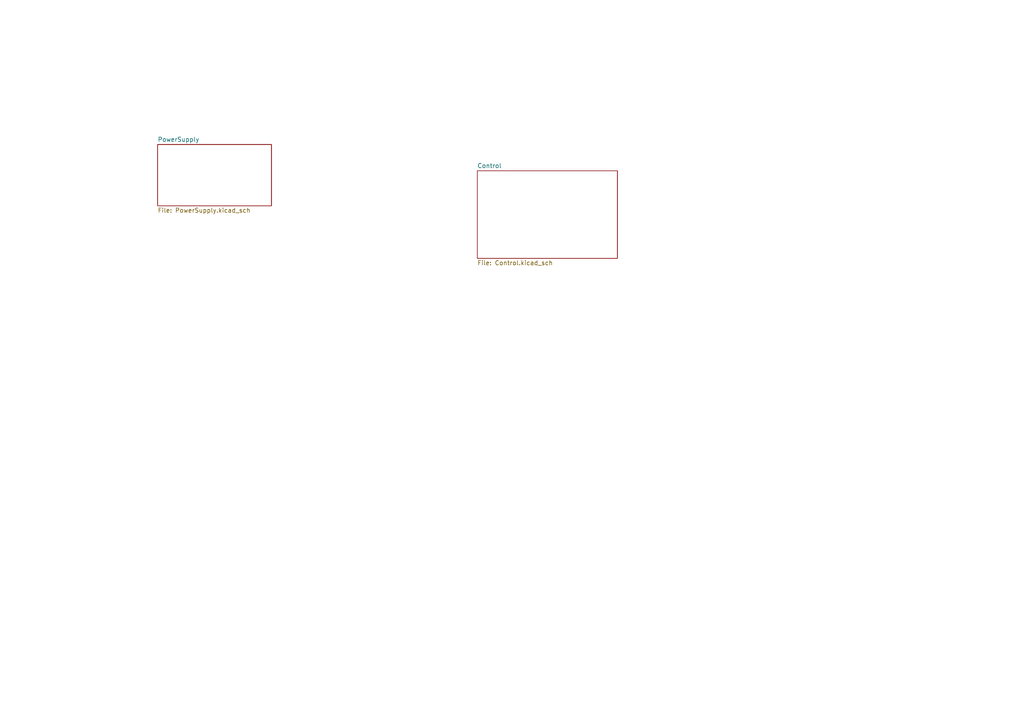
<source format=kicad_sch>
(kicad_sch (version 20230121) (generator eeschema)
  (paper "A4")
  (lib_symbols)
  (sheet (at 45.72 41.91) (size 33.02 17.78)
    (property "Sheetname" "PowerSupply" (at 45.72 41.1984 0) (effects (justify left bottom)))
    (property "Sheetfile" "PowerSupply.kicad_sch" (at 45.72 60.2746 0) (effects (justify left top)))
  )
  (sheet (at 138.43 49.53) (size 40.64 25.4) (stroke (width 0.1524))
    (property "Sheetname" "Control" (at 138.43 48.8184 0) (effects (justify left bottom)))
    (property "Sheetfile" "Control.kicad_sch" (at 138.43 75.5146 0) (effects (justify left top)))
  )
)
</source>
